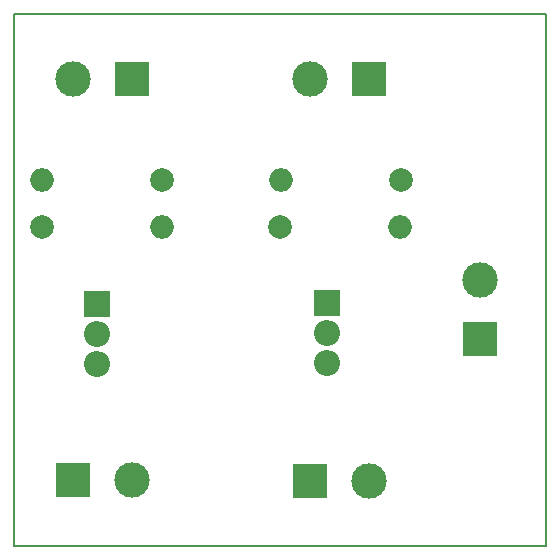
<source format=gbr>
G04 #@! TF.FileFunction,Soldermask,Top*
%FSLAX46Y46*%
G04 Gerber Fmt 4.6, Leading zero omitted, Abs format (unit mm)*
G04 Created by KiCad (PCBNEW 4.0.7) date 05/14/18 22:33:48*
%MOMM*%
%LPD*%
G01*
G04 APERTURE LIST*
%ADD10C,0.100000*%
%ADD11C,0.150000*%
%ADD12R,2.200000X2.200000*%
%ADD13O,2.200000X2.200000*%
%ADD14R,3.000000X3.000000*%
%ADD15C,3.000000*%
%ADD16C,2.000000*%
%ADD17O,2.000000X2.000000*%
G04 APERTURE END LIST*
D10*
D11*
X125000000Y-75000000D02*
X125000000Y-30000000D01*
X170000000Y-75000000D02*
X125000000Y-75000000D01*
X170000000Y-30000000D02*
X170000000Y-75000000D01*
X125000000Y-30000000D02*
X170000000Y-30000000D01*
D12*
X132000000Y-54500000D03*
D13*
X132000000Y-57040000D03*
X132000000Y-59580000D03*
D14*
X135000000Y-35500000D03*
D15*
X130000000Y-35500000D03*
D14*
X130000000Y-69400000D03*
D15*
X135000000Y-69400000D03*
D14*
X155000000Y-35500000D03*
D15*
X150000000Y-35500000D03*
D14*
X150000000Y-69500000D03*
D15*
X155000000Y-69500000D03*
D14*
X164400000Y-57500000D03*
D15*
X164400000Y-52500000D03*
D12*
X151500000Y-54460000D03*
D13*
X151500000Y-57000000D03*
X151500000Y-59540000D03*
D16*
X127375000Y-48000000D03*
D17*
X137535000Y-48000000D03*
D16*
X137500000Y-44000000D03*
D17*
X127340000Y-44000000D03*
D16*
X147500000Y-48000000D03*
D17*
X157660000Y-48000000D03*
D16*
X157760000Y-44000000D03*
D17*
X147600000Y-44000000D03*
M02*

</source>
